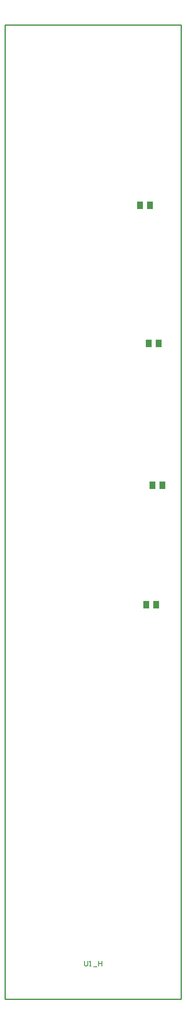
<source format=gbp>
G04 Layer_Color=128*
%FSLAX44Y44*%
%MOMM*%
G71*
G01*
G75*
%ADD27C,0.2540*%
%ADD28C,0.2032*%
%ADD35R,1.3000X1.5500*%
D27*
X0Y-1990000D02*
Y-1274D01*
Y-1990000D02*
X359410D01*
X0Y-1274D02*
X359410D01*
Y-1990000D02*
Y-1274D01*
D28*
X162070Y-1912627D02*
Y-1921091D01*
X163763Y-1922784D01*
X167148D01*
X168841Y-1921091D01*
Y-1912627D01*
X172227Y-1922784D02*
X175612D01*
X173920D01*
Y-1912627D01*
X172227Y-1914320D01*
X180691Y-1924477D02*
X187462D01*
X190847Y-1912627D02*
Y-1922784D01*
Y-1917706D01*
X197619D01*
Y-1912627D01*
Y-1922784D01*
D35*
X288450Y-1184914D02*
D03*
X308450D02*
D03*
X301150Y-941074D02*
D03*
X321150D02*
D03*
X275910Y-369574D02*
D03*
X295910D02*
D03*
X293530Y-651514D02*
D03*
X313530D02*
D03*
M02*

</source>
